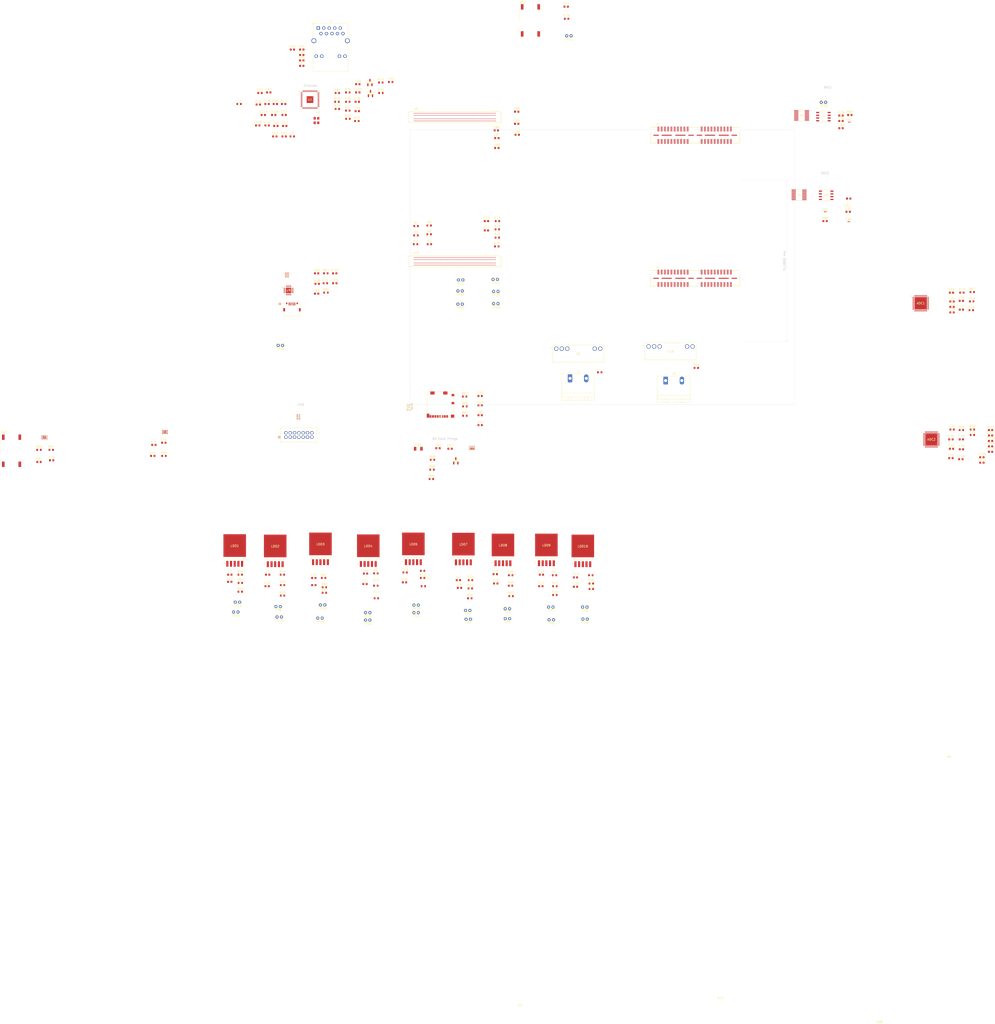
<source format=kicad_pcb>
(kicad_pcb (version 20240108) (generator "pcbnew") (generator_version "8.0")
  (layers (0 "F.Cu" signal) (1 "In1.Cu" signal) (2 "In2.Cu" signal) (3 "In3.Cu" signal) (4 "In4.Cu" signal) (5 "In5.Cu" signal) (6 "In6.Cu" signal) (7 "In7.Cu" signal) (8 "In8.Cu" signal) (31 "B.Cu" signal) (34 "B.Paste" user) (35 "F.Paste" user) (36 "B.SilkS" user "B.Silkscreen") (37 "F.SilkS" user "F.Silkscreen") (38 "B.Mask" user) (39 "F.Mask" user) (44 "Edge.Cuts" user))
  (net 0 "")
  (net 1 "/SOM240_1(1.5)/ethernet1/DVDD")
  (net 2 "3V3_IO")
  (net 3 "VDD_BUCK_5V")
  (net 4 "3V3_DUT")
  (net 5 "2V5_DUT")
  (net 6 "1V2_DUT")
  (net 7 "1V8_DUT")
  (net 8 "1V8_Banks")
  (net 9 "1V8_ADC")
  (net 10 "1V2_Banks")
  (net 11 "2V5_IO")
  (net 12 "Net-(U2-REF)")
  (net 13 "Net-(U4-REF)")
  (net 14 "Net-(ADC1-REFT)")
  (net 15 "Net-(ADC1-REFB)")
  (net 16 "Net-(U11-*MR)")
  (net 17 "Net-(U11-CT)")
  (net 18 "/SOM240_1(1.5)/ethernet1/AVDD33")
  (net 19 "/SOM240_1(1.5)/FWUEN_B")
  (net 20 "/SOM240_1(1.5)/ethernet1/AVDD18")
  (net 21 "/SOM240_1(1.5)/ethernet1/PHY_VCC")
  (net 22 "Net-(T2-SHIELD1)")
  (net 23 "Net-(U12-CT)")
  (net 24 "Net-(U10-CH2)")
  (net 25 "Net-(ADC1-VREF)")
  (net 26 "Net-(ADC2-VREF)")
  (net 27 "/SOM240_1(1.5)/SDcard1/SD_CARD_VCC")
  (net 28 "VDD_BUCK_2V5")
  (net 29 "Net-(U10-CH1)")
  (net 30 "Net-(U1-REGCAP1)")
  (net 31 "Net-(U1-REGCAP2)")
  (net 32 "Net-(LDO4-EN)")
  (net 33 "Net-(LDO4-ADJ)")
  (net 34 "Net-(LDO5-EN)")
  (net 35 "Net-(LDO5-ADJ)")
  (net 36 "/SOM240_1(1.5)/ADC1_SDIO{slash}ODM")
  (net 37 "/SOM240_1(1.5)/ADC1_SCLK{slash}DTP")
  (net 38 "/SOM240_1(1.5)/ADC2_SCLK{slash}DTP")
  (net 39 "/SOM240_1(1.5)/ADC2_SDIO{slash}ODM")
  (net 40 "Net-(U9-USBDP)")
  (net 41 "Net-(LDO7-EN)")
  (net 42 "Net-(LDO7-ADJ)")
  (net 43 "Net-(LDO8-EN)")
  (net 44 "Net-(LDO8-ADJ)")
  (net 45 "Net-(LDO10-EN)")
  (net 46 "Net-(LDO10-ADJ)")
  (net 47 "Net-(LDO9-EN)")
  (net 48 "Net-(LDO9-ADJ)")
  (net 49 "Net-(LDO2-EN)")
  (net 50 "Net-(LDO2-ADJ)")
  (net 51 "Net-(ADC2-RBIAS)")
  (net 52 "Net-(ADC1-RBIAS)")
  (net 53 "Net-(LDO1-EN)")
  (net 54 "Net-(LDO1-ADJ)")
  (net 55 "Net-(LDO3-EN)")
  (net 56 "Net-(LDO3-ADJ)")
  (net 57 "PS_POR")
  (net 58 "PS_SRST")
  (net 59 "Net-(Q4-G)")
  (net 60 "Net-(U12-*MR)")
  (net 61 "/SOM240_1(1.5)/MODE3")
  (net 62 "/SOM240_1(1.5)/MODE2")
  (net 63 "/SOM240_1(1.5)/MODE1")
  (net 64 "/SOM240_1(1.5)/ethernet1/LED_11")
  (net 65 "/SOM240_1(1.5)/MODE0")
  (net 66 "/SOM240_1(1.5)/ethernet1/LED_13")
  (net 67 "/SOM240_1(1.5)/SHUTDOWN")
  (net 68 "/SOM240_1(1.5)/USB-UART1/USB_RESET#")
  (net 69 "/SOM240_1(1.5)/CLR_DAC*")
  (net 70 "Net-(U9-USBDM)")
  (net 71 "/SOM240_1(1.5)/SCK_DAC1")
  (net 72 "/SOM240_1(1.5)/CS{slash}LD_DAC1*")
  (net 73 "Disc_Thresh2")
  (net 74 "Net-(U2-SDO)")
  (net 75 "Disc_Thresh7")
  (net 76 "Disc_Thresh1")
  (net 77 "Disc_Thresh6")
  (net 78 "Disc_Thresh3")
  (net 79 "Disc_Thresh4")
  (net 80 "Disc_Thresh5")
  (net 81 "/SOM240_1(1.5)/SDI_DAC_THRES")
  (net 82 "Disc_Thresh8")
  (net 83 "/SOM240_1(1.5)/CS{slash}LD_DAC2*")
  (net 84 "DAC_Unused2")
  (net 85 "DAC_Unused4")
  (net 86 "READBIAS2")
  (net 87 "Net-(U4-SDO)")
  (net 88 "READBIAS1")
  (net 89 "DISCBIAS")
  (net 90 "/SOM240_1(1.5)/SDI_DAC_BIAS")
  (net 91 "DAC_Unused1")
  (net 92 "DAC_Unused3")
  (net 93 "/SOM240_1(1.5)/SCK_DAC2")
  (net 94 "WBUFBIAS")
  (net 95 "/SOM240_1(1.5)/ADC_DOUT2+")
  (net 96 "SIGNAL4-")
  (net 97 "/SOM240_1(1.5)/ADC_DOUT3+")
  (net 98 "/SOM240_1(1.5)/ADC_CLK1+")
  (net 99 "SIGNAL1-")
  (net 100 "SIGNAL3+")
  (net 101 "SIGNAL2+")
  (net 102 "/SOM240_1(1.5)/ADC_DOUT4-")
  (net 103 "/SOM240_1(1.5)/ADC_DOUT3-")
  (net 104 "/SOM240_1(1.5)/ADC_DOUT1-")
  (net 105 "/SOM240_1(1.5)/ADC_DOUT4+")
  (net 106 "/SOM240_1(1.5)/ADC_CLK1-")
  (net 107 "SIGNAL1+")
  (net 108 "/SOM240_1(1.5)/FrameClk1+")
  (net 109 "/SOM240_1(1.5)/FrameClk1-")
  (net 110 "/SOM240_1(1.5)/DataClk1-")
  (net 111 "SIGNAL2-")
  (net 112 "/SOM240_1(1.5)/DataClk1+")
  (net 113 "SIGNAL4+")
  (net 114 "/SOM240_1(1.5)/ADC_DOUT1+")
  (net 115 "/SOM240_1(1.5)/ADC_DOUT2-")
  (net 116 "SIGNAL3-")
  (net 117 "SIGNAL8+")
  (net 118 "/SOM240_1(1.5)/ADC_DOUT8-")
  (net 119 "SIGNAL8-")
  (net 120 "/SOM240_1(1.5)/ADC_DOUT7+")
  (net 121 "/SOM240_1(1.5)/ADC_DOUT5+")
  (net 122 "SIGNAL6-")
  (net 123 "/SOM240_1(1.5)/ADC_DOUT6-")
  (net 124 "/SOM240_1(1.5)/ADC_DOUT7-")
  (net 125 "SIGNAL5-")
  (net 126 "SIGNAL5+")
  (net 127 "/SOM240_1(1.5)/ADC_CLK2+")
  (net 128 "/SOM240_1(1.5)/ADC_CLK2-")
  (net 129 "/SOM240_1(1.5)/ADC_DOUT5-")
  (net 130 "/SOM240_1(1.5)/ADC_DOUT8+")
  (net 131 "SIGNAL6+")
  (net 132 "SIGNAL7-")
  (net 133 "Net-(ADC2-REFB)")
  (net 134 "/SOM240_1(1.5)/ADC_DOUT6+")
  (net 135 "SIGNAL7+")
  (net 136 "Net-(ADC2-REFT)")
  (net 141 "SPIclk")
  (net 143 "Psec5RefClk")
  (net 150 "POCI")
  (net 157 "PICO")
  (net 159 "Psec5TriggerOut")
  (net 172 "P5_ReadClk")
  (net 175 "P5_rst")
  (net 183 "Psec5TriggerIn")
  (net 185 "HPB18_P")
  (net 186 "HPB15_CC_P")
  (net 188 "HDC07")
  (net 189 "HPC06_N")
  (net 190 "OscClkOut")
  (net 191 "V_ped8")
  (net 192 "HPB15_CC_N")
  (net 193 "HPC08_P")
  (net 194 "HPC11_P")
  (net 195 "V_ped7")
  (net 196 "SYNC_N")
  (net 197 "V_ped3")
  (net 199 "HPC10_CC_P")
  (net 200 "HDC03")
  (net 201 "HPB09_P")
  (net 202 "HPB12_P")
  (net 203 "HDC04")
  (net 204 "HPC10_CC_N")
  (net 205 "HPC09_N")
  (net 206 "HPB12_N")
  (net 207 "HPC14_P")
  (net 208 "V_ped1")
  (net 210 "V_ped5")
  (net 211 "HPB14_P")
  (net 212 "HDC01")
  (net 214 "DAC_SCLK")
  (net 215 "HPC08_N")
  (net 217 "HDC08_CC")
  (net 218 "HDC09")
  (net 219 "HPB17_N")
  (net 220 "HPC07_P")
  (net 221 "HDC06")
  (net 222 "HPB14_N")
  (net 224 "HPB17_P")
  (net 225 "HPC12_P")
  (net 226 "HDC02")
  (net 227 "ADC_SDO")
  (net 229 "HPB16_P")
  (net 230 "HPC09_P")
  (net 231 "HPB16_N")
  (net 232 "HPC12_N")
  (net 233 "HDC05")
  (net 234 "V_ped4")
  (net 235 "HPC13_P")
  (net 236 "HPB10_CC_P")
  (net 238 "HPB13_N")
  (net 239 "HDC00_CC")
  (net 240 "HPC05_CC_P")
  (net 241 "HPC07_N")
  (net 244 "DAC_V_IN")
  (net 245 "HPC11_N")
  (net 246 "HPC05_CC_N")
  (net 247 "HPB18_N")
  (net 248 "HPC14_N")
  (net 249 "V_ped6")
  (net 250 "ADC_SCLK")
  (net 251 "V_ped2")
  (net 252 "HPB10_CC_N")
  (net 253 "ADC_CNV")
  (net 254 "HPB11_P")
  (net 255 "HPC06_P")
  (net 256 "HPB11_N")
  (net 257 "HPC13_N")
  (net 258 "HPB13_P")
  (net 346 "Net-(J6-CLK)")
  (net 347 "/SOM240_1(1.5)/SDcard1/DAT2B")
  (net 348 "/SOM240_1(1.5)/SDcard1/DAT1B")
  (net 349 "/SOM240_1(1.5)/SD_DETECT")
  (net 350 "/SOM240_1(1.5)/SDcard1/DAT0B")
  (net 351 "/SOM240_1(1.5)/SDcard1/CD{slash}DAT3")
  (net 352 "/SOM240_1(1.5)/SDcard1/CMDB")
  (net 354 "/SOM240_1(1.5)/SD_DAT0")
  (net 355 "/SOM240_1(1.5)/UART_RXD")
  (net 357 "Net-(J10A-PS_ERROR_OUT_M2C)")
  (net 358 "/SOM240_1(1.5)/JTAG_CLK")
  (net 361 "/SOM240_1(1.5)/SD_DAT2")
  (net 362 "/SOM240_1(1.5)/UART_TXD")
  (net 363 "/SOM240_1(1.5)/ETH_RXD0")
  (net 365 "/SOM240_1(1.5)/ETH_RXD2")
  (net 375 "/SOM240_1(1.5)/SD_DAT1")
  (net 376 "/SOM240_1(1.5)/JTAG_TMS")
  (net 377 "Net-(J10A-PWROFF_C2M_L)")
  (net 379 "/SOM240_1(1.5)/ETH_RX_CTRL")
  (net 380 "/SOM240_1(1.5)/ETH_RXD3")
  (net 381 "/SOM240_1(1.5)/ETH_RXD1")
  (net 383 "/SOM240_1(1.5)/SD_DAT3")
  (net 386 "/SOM240_1(1.5)/ETH_RX_CLK")
  (net 387 "/SOM240_1(1.5)/JTAG_TDO")
  (net 389 "Net-(J10A-PS_ERROR_STATUS_M2C)")
  (net 391 "/SOM240_1(1.5)/JTAG_TDI")
  (net 398 "/SOM240_1(1.5)/ethernet1/PHY_MDI3_P")
  (net 399 "/SOM240_1(1.5)/ethernet1/PHY_MDI2_P")
  (net 400 "/SOM240_1(1.5)/ethernet1/PHY_MDI3_N")
  (net 401 "/SOM240_1(1.5)/ethernet1/PHY_MDI0_P")
  (net 402 "/SOM240_1(1.5)/ethernet1/LED_14")
  (net 403 "/SOM240_1(1.5)/ethernet1/PHY_MDI0_N")
  (net 404 "/SOM240_1(1.5)/ethernet1/PHY_MDI1_P")
  (net 405 "/SOM240_1(1.5)/ethernet1/PHY_MDI1_N")
  (net 406 "/SOM240_1(1.5)/ethernet1/LED_12")
  (net 407 "/SOM240_1(1.5)/ethernet1/PHY_MDI2_N")
  (net 410 "/SOM240_1(1.5)/ETH_TXD3")
  (net 411 "/SOM240_1(1.5)/ethernet1/OSC25_OUT")
  (net 413 "Net-(U1-RXD[2])")
  (net 415 "Net-(U1-RX_CLK)")
  (net 417 "Net-(U1-RX_CTRL)")
  (net 418 "Net-(U1-CONFIG)")
  (net 419 "Net-(U1-RSET)")
  (net 421 "/SOM240_1(1.5)/ETH_TXD2")
  (net 422 "/SOM240_1(1.5)/ETH_MDIO")
  (net 423 "Net-(U1-RXD[1])")
  (net 424 "/SOM240_1(1.5)/ETH_TXD1")
  (net 425 "Net-(U1-RXD[0])")
  (net 426 "/SOM240_1(1.5)/ETH_TXD0")
  (net 427 "/SOM240_1(1.5)/ETH_MDC")
  (net 429 "/SOM240_1(1.5)/ETH_TX_CLK")
  (net 430 "Net-(U1-RXD[3])")
  (net 433 "/SOM240_1(1.5)/ETH_TX_CTRL")
  (net 438 "/SOM240_1(1.5)/SD_CLK")
  (net 439 "Net-(U6-VCCB)")
  (net 440 "/SOM240_1(1.5)/SDcard1/SD_CLK_FB")
  (net 441 "Net-(U6-SEL)")
  (net 442 "/SOM240_1(1.5)/SD_CMD")
  (net 443 "/SOM240_1(1.5)/UART_RTS")
  (net 446 "/SOM240_1(1.5)/UART_CTS")
  (net 455 "/SOM240_1(1.5)/Peripherals_Ctrl1/AVDD")
  (net 456 "Net-(J3B-PWRGD_FPD_M2C)")
  (net 457 "Net-(J3B-PWRGD_LPD_M2C)")
  (net 458 "Net-(J3B-PWRGD_PL_M2C)")
  (net 459 "/SOM240_1(1.5)/SD_SEL")
  (net 460 "Net-(J3B-MIO67)")
  (net 461 "Net-(J3B-MIO68)")
  (net 462 "Net-(J3B-MIO69)")
  (net 463 "Net-(J3B-MIO64)")
  (net 464 "Net-(J3B-MIO65)")
  (net 465 "Net-(J3B-MIO66)")
  (net 466 "Net-(C94-Pad1)")
  (net 467 "Net-(Q4-D)")
  (net 470 "Net-(U16-+VIN)")
  (net 472 "Net-(U16-TRIM)")
  (net 473 "Net-(U5-+VIN)")
  (net 474 "Net-(U5-TRIM)")
  (footprint "TestPoint:TestPoint_Bridge_Pitch2.0mm_Drill0.7mm" (layer "F.Cu") (at 52.578 256.032)
    (property "Reference" "TP21")
    (property "Value" "GND")
  )
  (footprint "OKX_T_5_D12N_C:OKX-T&slash_5-D12N-C_MUR" (layer "F.Cu") (at 183.388 133.096)
    (property "Reference" "U16")
    (property "Value" "OKX-T/5-D12N-C")
  )
  (footprint "Resistor_SMD:R_0603_1608Metric" (layer "F.Cu") (at 83.503 185.42)
    (property "Reference" "R68")
    (property "Value" "10k")
  )
  (footprint "Resistor_SMD:R_0603_1608Metric" (layer "F.Cu") (at 81.979 77.216)
    (property "Reference" "R5")
    (property "Value" "22R 1%")
  )
  (footprint "Resistor_SMD:R_0603_1608Metric" (layer "F.Cu") (at 75.946 77.47)
    (property "Reference" "R1")
    (property "Value" "22R 1%")
  )
  (footprint "Resistor_SMD:R_0603_1608Metric" (layer "F.Cu") (at 39.561 16.002)
    (property "Reference" "R84")
    (property "Value" "10k")
  )
  (footprint "Button_Switch_SMD:SW_MEC_5GSH9" (layer "F.Cu") (at 128.778 -17.526)
    (property "Reference" "SW2")
    (property "Value" "SW_MEC_5G")
  )
  (footprint "Resistor_SMD:R_0603_1608Metric" (layer "F.Cu") (at 332.486 116.332)
    (property "Reference" "R18")
    (property "Value" "5k")
  )
  (footprint "Capacitor_SMD:C_0603_1608Metric" (layer "F.Cu") (at 52.324 242.824)
    (property "Reference" "C27")
    (property "Value" "10u")
  )
  (footprint "88E1512_A0_NNP2C000:QFN_56P_MTG" (layer "F.Cu") (at 26.924 19.05)
    (property "Reference" "U1")
    (property "Value" "88E1512-A0-NNP2C000")
  )
  (footprint "Capacitor_SMD:C_0603_1608Metric" (layer "F.Cu") (at 108.445 79.502)
    (property "Reference" "C71")
    (property "Value" "100n")
  )
  (footprint "Resistor_SMD:R_0603_1608Metric" (layer "F.Cu") (at 98.361 156.21)
    (property "Reference" "R83")
    (property "Value" "47k")
  )
  (footprint "Capacitor_SMD:C_0603_1608Metric" (layer "F.Cu") (at 112.763 242.57)
    (property "Reference" "C18")
    (property "Value" "10u")
  )
  (footprint "TestPoint:TestPoint_Bridge_Pitch2.0mm_Drill0.7mm" (layer "F.Cu") (at 95.282 113.538)
    (property "Reference" "TP33")
    (property "Value" "PWRGD_PL_M2C")
  )
  (footprint "Resistor_SMD:R_0603_1608Metric" (layer "F.Cu") (at 160.782 145.034)
    (property "Reference" "R8")
    (property "Value" "1.472k")
  )
  (footprint "Resistor_SMD:R_0603_1608Metric" (layer "F.Cu") (at 44.387 20.066)
    (property "Reference" "R26")
    (property "Value" "22")
  )
  (footprint "Capacitor_SMD:C_0603_1608Metric" (layer "F.Cu") (at 7.861 15.748)
    (property "Reference" "C61")
    (property "Value" "470n")
  )
  (footprint "Capacitor_SMD:C_0603_1608Metric" (layer "F.Cu") (at 86.0445 180.086)
    (property "Reference" "C94")
    (property "Value" "10u/35V")
  )
  (footprint "1040310811:104031-0811_MOL" (layer "F.Cu") (at 87.223999 159.8865)
    (property "Reference" "J6")
    (property "Value" "1040310811")
  )
  (footprint "TestPoint:TestPoint_Bridge_Pitch2.0mm_Drill0.7mm" (layer "F.Cu") (at 99.06 259.08)
    (property "Reference" "TP2")
    (property "Value" "3V3_DUT")
  )
  (footprint "TestPoint:TestPoint_Bridge_Pitch2.0mm_Drill0.7mm" (layer "F.Cu") (at 30.528 258.572)
    (property "Reference" "TP16")
    (property "Value" "1V2_Bank")
  )
  (footprint "Resistor_SMD:R_0603_1608Metric" (layer "F.Cu") (at 113.538 75.184)
    (property "Reference" "R75")
    (property "Value" "0R")
  )
  (footprint "Resistor_SMD:R_0603_1608Metric" (layer "F.Cu") (at 33.578 244.348)
    (property "Reference" "R63")
    (property "Value" "9.83k")
  )
  (footprint "Resistor_SMD:R_0603_1608Metric" (layer "F.Cu") (at 33.198 240.03)
    (property "Reference" "R62")
    (property "Value" "10k")
  )
  (footprint "Capacitor_SMD:C_0603_1608Metric" (layer "F.Cu") (at -10.16 241.808)
    (property "Reference" "C22")
    (property "Value" "10u")
  )
  (footprint "Capacitor_SMD:C_0603_1608Metric" (layer "F.Cu") (at 327.914 116.078)
    (property "Reference" "C117")
    (property "Value" "1u")
  )
  (footprint "Capacitor_SMD:C_0603_1608Metric" (layer "F.Cu") (at 29.972 99.314)
    (property "Reference" "C66")
    (property "Value" "4.7u")
  )
  (footprint "Capacitor_SMD:C_0603_1608Metric" (layer "F.Cu") (at 95.491 241.046)
    (property "Reference" "C4")
    (property "Value" "10u")
  )
  (footprint "PI4ULS3V4857GEAEX:BGA20_WLCSP_PI4ULS3V4857_DIO" (layer "F.Cu") (at 72.59 160.674)
    (property "Reference" "U6")
    (property "Value" "PI4ULS3V4857GEAEX")
  )
  (footprint "Capacitor_SMD:C_0603_1608Metric" (layer "F.Cu") (at 122.428 24.638)
    (property "Reference" "C83")
    (property "Value" "100n")
  )
  (footprint "MCP1501_25E_SN:SOIC8_NARROW_SN_MCH" (layer "F.Cu") (at 265.43 63.246)
    (property "Reference" "U8")
    (property "Value" "MCP1501-25E/SN")
  )
  (footprint "TPS3808G01QDRVRQ1:DRV6_1P6X1" (layer "F.Cu") (at -40.132 172.6057)
    (property "Reference" "U11")
    (property "Value" "TPS3808G01QDRVRQ1")
  )
  (footprint "Capacitor_SMD:C_0603_1608Metric" (layer "F.Cu") (at 49.009 11.938)
    (property "Reference" "C60")
    (property "Value" "10n")
  )
  (footprint "TestPoint:TestPoint_Bridge_Pitch2.0mm_Drill0.7mm" (layer "F.Cu") (at 95.536 102.362)
    (property "Reference" "TP31")
    (property "Value" "PWRGD_FPD_M2C")
  )
  (footprint "Capacitor_SMD:C_0603_1608Metric" (layer "F.Cu") (at 275.59 70.866)
    (property "Reference" "C32")
    (property "Value" "1n")
  )
  (footprint "Resistor_SMD:R_0603_1608Metric" (layer "F.Cu") (at 82.105 85.852)
    (property "Reference" "R7")
    (property "Value" "22R 1%")
  )
  (footprint "LTC2600CGN_PBF:SSOP-16_GN" (layer "F.Cu") (at 252.9078 63.0555)
    (property "Reference" "U4")
    (property "Value" "LTC2600CGN_PBF")
  )
  (footprint "Resistor_SMD:R_0603_1608Metric" (layer "F.Cu") (at 59.69 16.002)
    (property "Reference" "R76")
    (property "Value" "240R")
  )
  (footprint "Resistor_SMD:R_0603_1608Metric" (layer "F.Cu") (at 44.45 27.94)
    (property "Reference" "R28")
    (property "Value" "22")
  )
  (footprint "Capacitor_SMD:C_0603_1608Metric" (layer "F.Cu") (at 49.009 15.748)
    (property "Reference" "C155")
    (property "Value" "470n")
  )
  (footprint "Capacitor_SMD:C_0603_1608Metric" (layer "F.Cu") (at 149.606 244.094)
    (property "Reference" "C20")
    (property "Value" "10u")
  )
  (footprint "Resistor_SMD:R_0603_1608Metric" (layer "F.Cu") (at 75.883 81.788)
    (property "Reference" "R3")
    (property "Value" "22R 1%")
  )
  (footprint "Resistor_SMD:R_0603_1608Metric" (layer "F.Cu") (at 140.082 243.84)
    (property "Reference" "R42")
    (property "Value" "9.83k")
  )
  (footprint "Resistor_SMD:R_0603_1608Metric" (layer "F.Cu") (at 113.221 86.868)
    (property "Reference" "R70")
    (property "Value" "0R")
  )
  (footprint "Resistor_SMD:R_0603_1608Metric" (layer "F.Cu") (at 83.312 189.992)
    (property "Reference" "R58")
    (property "Value" "10k")
  )
  (footprint "Capacitor_SMD:C_0603_1608Metric" (layer "F.Cu") (at 18.796 -4.064)
    (property "Reference" "C53")
    (property "Value" "100n")
  )
  (footprint "Capacitor_SMD:C_0603_1608Metric" (layer "F.Cu") (at 133.591 243.84)
    (property "Reference" "C12")
    (property "Value" "10u")
  )
  (footprint "Button_Switch_SMD:SW_MEC_5GSH9" (layer "F.Cu") (at -110.998 181.256)
    (property "Reference" "SW1")
    (property "Value" "SW_MEC_5G")
  )
  (footprint "Capacitor_SMD:C_0603_1608Metric" (layer "F.Cu") (at 337.379 184.254)
    (property "Reference" "C109")
    (property "Value" "0.1u")
  )
  (footprint "ul_LP38501TS-ADJ-NOPB:TS5B" (layer "F.Cu") (at 53.848 225.298)
    (property "Reference" "LDO4")
    (property "Value" "LP38501TS-ADJ/NOPB")
  )
  (footprint "Resistor_SMD:R_0603_1608Metric" (layer "F.Cu") (at 79.311 243.84)
    (property "Reference" "R14")
    (property "Value" "10k")
  )
  (footprint "Capacitor_SMD:C_0603_1608Metric" (layer "F.Cu") (at 323.088 176.022)
    (property "Reference" "C38")
    (property "Value" "0.1u")
  )
  (footprint "Capacitor_SMD:C_0603_1608Metric" (layer "F.Cu") (at 3.035 21.336)
    (property "Reference" "C46")
    (property "Value" "470n")
  )
  (footprint "Capacitor_SMD:C_0603_1608Metric" (layer "F.Cu") (at 14.973 26.162)
    (property "Reference" "C21")
    (property "Value" "470n")
  )
  (footprint "Capacitor_SMD:C_0603_1608Metric" (layer "F.Cu") (at 272.288 32.258)
    (property "Reference" "C90")
    (property "Value" "0.1u")
  )
  (footprint "Resistor_SMD:R_0603_1608Metric" (layer "F.Cu") (at 205.423 143.002)
    (property "Reference" "R29")
    (property "Value" "5.009k")
  )
  (footprint "Capacitor_SMD:C_0603_1608Metric" (layer "F.Cu") (at 7.353 238.506)
    (property "Reference" "C3")
    (property "Value" "10u")
  )
  (footprint "Resistor_SMD:R_0603_1608Metric" (layer "F.Cu") (at 156.655 238.76)
    (property "Reference" "R38")
    (property "Value" "10k")
  )
  (footprint "Capacitor_SMD:C_0603_1608Metric" (layer "F.Cu") (at 15.24 31.242)
    (property "Reference" "C52")
    (property "Value" "4.7u")
  )
  (footprint "Capacitor_SMD:C_0603_1608Metric" (layer "F.Cu") (at 38.367 103.886)
    (property "Reference" "C69")
    (property "Value" "47p")
  )
  (footprint "Capacitor_SMD:C_0603_1608Metric" (layer "F.Cu") (at 70.866 237.49)
    (property "Reference" "C15")
    (property "Value" "10u")
  )
  (footprint "TestPoint:TestPoint_Bridge_Pitch2.0mm_Drill0.7mm" (layer "F.Cu") (at 95.282 107.442)
    (property "Reference" "TP32")
    (property "Value" "PWRGD_LPD_M2C")
  )
  (footprint "Capacitor_SMD:C_0603_1608Metric" (layer "F.Cu") (at 276.352 26.162)
    (property "Reference" "R86")
    (property "Value" "5k")
  )
  (footprint "TestPoint:TestPoint_Bridge_Pitch2.0mm_Drill0.7mm" (layer "F.Cu") (at 137.43 259.334)
    (property "Reference" "TP8")
    (property "Value" "1V2_DUT")
  )
  (footprint "Resistor_SMD:R_0603_1608Metric" (layer "F.Cu") (at 98.487 165.1)
    (property "Reference" "R82")
    (property "Value" "10k")
  )
  (footprint "878311420:CONN_87831-1420_MOL" (layer "F.Cu") (at 15.779999 174.974001)
    (property "Reference" "J12")
    (property "Value" "878311420")
  )
  (footprint "SI2342DS_T1_GE3:SOT-23_TO-236_VIS" (layer "F.Cu") (at 94.299999 185.928)
    (property "Reference" "Q4")
    (property "Value" "NMOS")
  )
  (footprint "TestPoint:TestPoint_Bridge_Pitch2.0mm_Drill0.7mm" (layer "F.Cu") (at 117.158 258.826)
    (property "Reference" "TP4")
    (property "Value" "2V5_DUT")
  )
  (footprint "Resistor_SMD:R_0603_1608Metric" (layer "F.Cu") (at 33.578 246.858)
    (property "Reference" "R64")
    (property "Value" "10k")
  )
  (footprint "Capacitor_SMD:C_0603_1608Metric" (layer "F.Cu") (at 341.389 179.234)
    (property "Reference" "C114")
    (property "Value" "0.1u")
  )
  (footprint "Connector_RJ:RJ45_Wuerth_7499111446_Horizontal" (layer "F.Cu") (at 30.734 -13.97)
    (property "Reference" "T2")
    (property "Value" "7499111446")
  )
  (footprint "Capacitor_SMD:C_0603_1608Metric" (layer "F.Cu") (at 28.676 240.03)
    (property "Reference" "C24")
    (property "Value" "10u")
  )
  (footprint "Capacitor_SMD:C_0603_1608Metric" (layer "F.Cu") (at 91.6325 180.34)
    (property "Reference" "C82")
    (property "Value" "4.7u")
  )
  (footprint "TestPoint:TestPoint_Bridge_Pitch2.0mm_Drill0.7mm" (layer "F.Cu") (at 152.908 253.492)
    (property "Reference" "TP6")
    (property "Value" "1V8_DUT")
  )
  (footprint "TestPoint:TestPoint_Bridge_Pitch2.0mm_Drill0.7mm" (layer "F.Cu") (at 74.946 252.582)
    (property "Reference" "TP23")
    (property "Value" "GND")
  )
  (footprint "Capacitor_SMD:C_0603_1608Metric" (layer "F.Cu") (at 341.389 171.704)
    (property "Reference" "C111")
    (property "Value" "0.1u")
  )
  (footprint "Connector_Phoenix_GMSTB:PhoenixContact_GMSTBA_2,5_2-G_1x02_P7.50mm_Horizontal" (layer "F.Cu") (at 147.066 147.828)
    (property "Reference" "J1")
    (property "Value" "1766343")
  )
  (footprint "Resistor_SMD:R_0603_1608Metric" (layer "F.Cu") (at 78.931 240.03)
    (property "Reference" "R13")
    (property "Value" "31.3k")
  )
  (footprint "Capacitor_SMD:C_0603_1608Metric" (layer "F.Cu") (at 105.536 164.846)
    (property "Reference" "C96")
    (property "Value" "100n")
  )
  (footprint "Resistor_SMD:R_0603_1608Metric" (layer "F.Cu") (at 78.931 236.728)
    (property "Reference" "R12")
    (property "Value" "10k")
  )
  (footprint "Resistor_SMD:R_0603_1608Metric" (layer "F.Cu") (at 18.733 36.068)
    (property "Reference" "L5")
    (property "Value" "220R@100MHz")
  )
  (footprint "Capacitor_SMD:C_0603_1608Metric" (layer "F.Cu") (at 327.66 185.166)
    (property "Reference" "C116")
    (property "Value" "1u")
  )
  (footprint "Resistor_SMD:R_1206_3216Metric" (layer "F.Cu") (at 76.962 180.34)
    (property "Reference" "FB2")
    (property "Value" "300R/3A")
  )
  (footprint "FT230XQ_R:QFN-16_FTD" (layer "F.Cu") (at 17.018 107.188)
    (property "Reference" "U9")
    (property "Value" "FT230XQ-R")
  )
  (footprint "Capacitor_SMD:C_0603_1608Metric" (layer "F.Cu") (at 70.599 242.062)
    (property "Reference" "C26")
    (property "Value" "10u")
  )
  (footprint "Resistor_SMD:R_0603_1608Metric" (layer "F.Cu") (at 101.003 244.856)
    (property "Reference" "R33")
    (property "Value" "10k")
  )
  (footprint "Capacitor_SMD:C_0603_1608Metric" (layer "F.Cu") (at 3.81 16.002)
    (property "Reference" "C63")
    (property "Value" "470n")
  )
  (footprint "Capacitor_SMD:C_0603_1608Metric" (layer "F.Cu") (at 7.099 30.988)
    (property "Reference" "C49")
    (property "Value" "470n")
  )
  (footprint "Capacitor_SMD:C_0603_1608Metric" (layer "F.Cu") (at 7.086 21.082)
    (property "Reference" "C48")
    (property "Value" "470n")
  )
  (footprint "ADM6_60_01_5_L_4_2_A_TR (1):SAMTEC_ADM6-60-01.5-L-4-2-A-TR" (layer "F.Cu") (at 93.8535 93.76)
    (property "Reference" "J10")
    (property "Value" "ADM6-60-01.5-L-4-2-A-TR")
  )
  (footprint "TestPoint:TestPoint_Bridge_Pitch2.0mm_Drill0.7mm" (layer "F.Cu") (at -7.604 251.206)
    (property "Reference" "TP13")
    (property "Value" "GND")
  )
  (footprint "Resistor_SMD:R_0603_1608Metric" (layer "F.Cu") (at 119.584 243.586)
    (property "Reference" "R36")
    (property "Value" "10k")
  )
  (footprint "Capacitor_SMD:C_0603_1608Metric" (layer "F.Cu") (at 23.114 -1.554)
    (property "Reference" "C55")
    (property "Value" "100n")
  )
  (footprint "TestPoint:TestPoint_Bridge_Pitch2.0mm_Drill0.7mm" (layer "F.Cu") (at 98.806 255.016)
    (property "Reference" "TP1")
    (property "Value" "GND")
  )
  (footprint "Capacitor_SMD:C_0603_1608Metric" (layer "F.Cu") (at 272.275 26.416)
    (property "Reference" "C29")
    (property "Value" "0.1u")
  )
  (footprint "Resistor_SMD:R_0603_1608Metric" (layer "F.Cu") (at 34.227 99.314)
    (property "Reference" "R87")
    (property "Value" "R_US")
  )
  (footprint "Capacitor_SMD:C_0603_1608Metric" (layer "F.Cu") (at -40.64 177.546)
    (property "Reference" "C45")
    (property "Value" "100n")
  )
  (footprint "ADM6_60_01_5_L_4_2_A_TR (1):SAMTEC_ADM6-60-01.5-L-4-2-A-TR" (layer "F.Cu") (at 93.8525 27.15)
    (property "Reference" "J5")
    (property "Value" "ADM6-60-01.5-L-4-2-A-TR (1)")
  )
  (footprint "Resistor_SMD:R_0603_1608Metric" (layer "F.Cu") (at 139.891 238.76)
    (property "Reference" "R41")
    (property "Value" "10k")
  )
  (footprint "Resistor_SMD:R_0603_1608Metric" (layer "F.Cu") (at 332.994 171.45)
    (property "Reference" "R20")
    (property "Value" "5k")
  )
  (footprint "TestPoint:TestPoint_Bridge_Pitch2.0mm_Drill0.7mm" (layer "F.Cu") (at 137.176 253.492)
    (property "Reference" "TP7")
    (property "Value" "GND")
  )
  (footprint "Capacitor_SMD:C_0603_1608Metric" (layer "F.Cu") (at 327.901 176.022)
    (property "Reference" "C78")
    (property "Value" "0.02u")
  )
  (footprint "Capacitor_SMD:C_0603_1608Metric" (layer "F.Cu") (at 52.578 237.998)
    (property "Reference" "C14")
    (property "Value" "10u")
  )
  (footprint "Capacitor_SMD:C_0603_1608Metric" (layer "F.Cu") (at 5.347 26.162)
    (property "Reference" "C119")
    (property "Value" "4.7u")
  )
  (footprint "TestPoint:TestPoint_Bridge_Pitch2.0mm_Drill0.7mm" (layer "F.Cu") (at 145.542 -10.414)
    (property "Reference" "TP11")
    (property "Value" "SHUTDOWN")
  )
  (footprint "Resistor_SMD:R_0603_1608Metric" (layer "F.Cu") (at 82.995 194.31)
    (property "Reference" "R66")
    (property "Value" "470k")
  )
  (footprint "ul_LP38501TS-ADJ-NOPB:TS5B" (layer "F.Cu") (at 136.144 224.9424)
    (property "Reference" "LDO9")
    (property "Value" "LP38501TS-ADJ/NOPB")
  )
  (footprint "Capacitor_SMD:C_0603_1608Metric" (layer "F.Cu") (at 272.275 28.926)
    (property "Reference" "C30")
    (property "Value" "1n")
  )
  (footprint "Resistor_SMD:R_0603_1608Metric" (layer "F.Cu") (at 48.577 28.956)
    (property "Reference" "R22")
    (property "Value" "4k99")
  )
  (footprint "Resistor_SMD:R_0603_1608Metric" (layer "F.Cu") (at 14.224 243.332)
    (property "Reference" "R45")
    (property "Value" "19.7k")
  )
  (footprint "Resistor_SMD:R_0603_1608Metric" (layer "F.Cu") (at 156.909 242.6)
    (property "Reference" "R39")
    (property "Value" "19.7k")
  )
  (footprint "Capacitor_SMD:C_0603_1608Metric" (layer "F.Cu") (at 122.428 30.226)
    (property "Reference" "C84")
    (property "Value" "100n")
  )
  (footprint "ul_LP38501TS-ADJ-NOPB:TS5B" (layer "F.Cu") (at 116.078 224.9424)
    (property "Reference" "LDO8")
    (property "Value" "LP38501TS-ADJ/NOPB")
  )
  (footprint "Capacitor_SMD:C_0603_1608Metric" (layer "F.Cu") (at 149.593 239.776)
    (property "Reference" "C13")
    (property "Value" "10u")
  )
  (footprint "Capacitor_SMD:C_0603_1608Metric" (layer "F.Cu") (at -92.469 185.674)
    (property "Reference" "C72")
    (property "Value" "10n")
  )
  (footprint "Resistor_SMD:R_0603_1608Metric" (layer "F.Cu") (at 14.161 238.506)
    (property "Reference" "R44")
    (property "Value" "10k")
  )
  (footprint "Resistor_SMD:R_0603_1608Metric" (layer "F.Cu") (at 98.487 160.782)
    (property "Reference" "R85")
    (property "Value" "0R")
  )
  (footprint "ZX62D_B_5P8_30_:ZX62D-B-5P830_HIR" (layer "F.Cu") (at 18.58525 115.979448)
    (property "Reference" "J14")
    (property "Value" "ZX62D-B-5P830")
  )
  (footprint "Resistor_SMD:R_0603_1608Metric" (layer "F.Cu") (at -5.334 238.506)
    (property "Reference" "R59")
    (property "Value" "10k")
  )
  (footprint "Capacitor_SMD:C_0603_1608Metric" (layer "F.Cu") (at 323.609 171.45)
    (property "Reference" "C37")
    (property "Value" "0.1u")
  )
  (footprint "Capacitor_SMD:C_0603_1608Metric" (layer "F.Cu") (at 14.973 36.068)
    (property "Reference" "C64")
    (property "Value" "100n")
  )
  (footprint "SI2342DS_T1_GE3:SOT-23_TO-236_VIS" (layer "F.Cu") (at 54.61 11.176)
    (property "Reference" "Q8")
    (property "Value" "NMOS")
  )
  (footprint "Capacitor_SMD:C_0603_1608Metric" (layer "F.Cu") (at 327.901 112.014)
    (property "Reference" "C75")
    (property "Value" "0.1u")
  )
  (footprint "Capacitor_SMD:C_0201_0603Metric" (layer "F.Cu") (at 275.91 75.438)
    (property "Reference" "C89")
    (property "Value" "0.1u")
  )
  (footprint "Capacitor_SMD:C_0603_1608Metric" (layer "F.Cu") (at 323.583 117.348)
    (property "Reference" "C36")
    (property "Value" "0.1u")
  )
  (footprint "TestPoint:TestPoint_Bridge_Pitch2.0mm_Drill0.7mm" (layer "F.Cu") (at 111.776 113.284)
    (property "Reference" "TP30")
    (property "Value" "PWROFF_C2M_L")
  )
  (footprint "Capacitor_SMD:C_0603_1608Metric" (layer "F.Cu") (at 38.341 99.314)
    (property "Reference" "C107")
    (property "Value" "47p")
  )
  (footprint "Capacitor_SMD:C_0603_1608Metric" (layer "F.Cu") (at 113.017 33.274)
    (property "Reference" "C86")
    (property "Value" "100n")
  )
  (footprint "Resistor_SMD:R_0603_1608Metric" (layer "F.Cu") (at 156.909 245.11)
    (property "Reference" "R40")
    (property "Value" "10k")
  )
  (footprint "Resistor_SMD:R_0603_1608Metric" (layer "F.Cu") (at 14.224 248.158)
    (property "Reference" "R55")
    (property "Value" "10k")
  )
  (footprint "Resistor_SMD:R_0603_1608Metric" (layer "F.Cu") (at 44.387 24.13)
    (property "Reference" "R27")
    (property "Value" "22")
  )
  (footprint "Resistor_SMD:R_0603_1608Metric" (layer "F.Cu") (at 57.341 237.904)
    (property "Reference" "R2")
    (property "Value" "10k")
  )
  (footprint "TestPoint:TestPoint_Bridge_Pitch2.0mm_Drill0.7mm" (layer "F.Cu") (at 263.176 20.32)
    (property "Reference" "TP19")
    (property "Value" "SDO2")
  )
  (footprint "Capacitor_SMD:C_0603_1608Metric" (layer "F.Cu") (at -98.298 186.436)
    (property "Reference" "C67")
    (property "Value" "100n")
  )
  (footprint "Resistor_SMD:R_0603_1608Metric" (layer "F.Cu") (at 119.647 238.76)
    (property "Reference" "R35")
    (property "Value" "10k")
  )
  (footprint "Capacitor_SMD:C_0603_1608Metric" (layer "F.Cu") (at 105.536 169.418)
    (property "Reference" "C41")
    (property "Value" "2.2u")
  )
  (footprint "Capacitor_SMD:C_0603_1608Metric" (layer "F.Cu") (at 341.389 174.214)
    (property "Reference" "C112")
    (property "Value" "0.1u")
  )
  (footprint "ul_LP38501TS-ADJ-NOPB:TS5B" (layer "F.Cu") (at 31.75 224.4471)
    (property "Reference" "LDO3")
    (property "Value" "LP38501TS-ADJ/NOPB")
  )
  (footprint "LTC2600CGN_PBF:SSOP-16_GN" (layer "F.Cu") (at 254.0762 26.3525)
    (property "Reference" "U2")
    (property "Value" "LTC2600CGN_PBF")
  )
  (footprint "AD9228ABCPZ_65:CP_48_8_ADI" (layer "F.Cu") (at 309.129999 113.1316)
    (property "Reference" "ADC1")
    (property "Value" "AD9228ABCPZ-65")
  )
  (footprint "Resistor_SMD:R_0603_1608Metric" (layer "F.Cu") (at 113.475 78.994)
    (property "Reference" "R73")
    (property "Value" "0R")
  )
  (footprint "Capacitor_SMD:C_0603_1608Metric" (layer "F.Cu") (at 23.114 0.956)
    (property "Reference" "C56")
    (property "Value" "100n")
  )
  (footprint "Capacitor_SMD:C_0603_1608Metric" (layer "F.Cu") (at 23.114 3.466)
    (property "Reference" "C57")
    (property "Value" "47p")
  )
  (footprint "Resistor_SMD:R_0603_1608Metric" (layer "F.Cu") (at 39.37 20.066)
    (property "Reference" "R23")
    (property "Value" "22")
  )
  (footprint "TestPoint:TestPoint_Bridge_Pitch2.0mm_Drill0.7mm" (layer "F.Cu") (at 52.578 259.482)
    (property "Reference" "TP22")
    (property "Value" "3V3_IO")
  )
  (footprint "Capacitor_SMD:C_0603_1608Metric" (layer "F.Cu") (at 95.999 244.602)
    (property "Reference" "C8")
    (property "Value" "10u")
  )
  (footprint "TestPoint:TestPoint_Bridge_Pitch2.0mm_Drill0.7mm" (layer "F.Cu") (at 11.7 258.064)
    (property "Reference" "TP10")
    (property "Value" "1V8_ADC")
  )
  (footprint "Capacitor_SMD:C_0603_1608Metric" (layer "F.Cu") (at 323.583 114.838)
    (property "Reference" "C35")
    (property "Value" "2.2u")
  )
  (footprint "TestPoint:TestPoint_Bridge_Pitch2.0mm_Drill0.7mm" (layer "F.Cu") (at 12.231 132.626)
    (property "Reference" "TP20")
    (property "Value" "SDO2")
  )
  (footprint "Capacitor_SMD:C_0603_1608Metric" (layer "F.Cu") (at 48.755 24.384)
    (property "Reference" "C59")
    (property "Value" "100u")
  )
  (footprint "TestPoint:TestPoint_Bridge_Pitch2.0mm_Drill0.7mm" (layer "F.Cu") (at -8.366 255.778)
    (property "Reference" "TP14")
    (property "Value" "1V8_Bank")
  )
  (footprint "Capacitor_SMD:C_0603_1608Metric" (layer "F.Cu") (at 122.669 35.306)
    (property "Reference" "C85")
    (property "Value" "100n")
  )
  (footprint "TPS3808G01QDRVRQ1:DRV6_1P6X1" (layer "F.Cu") (at -95.792 175.118001)
    (property "Reference" "U12")
    (property "Value" "TPS3808G01QDRVRQ1")
  )
  (footprint "Capacitor_SMD:C_0603_1608Metric" (layer "F.Cu") (at 113.284 36.83)
    (property "Reference" "C87")
    (property "Value" "100n")
  )
  (footprint "Capacitor_SMD:C_0603_1608Metric" (layer "F.Cu") (at -10.147 238.506)
    (property "Reference" "C2")
    (property "Value" "10u")
  )
  (footprint "Resistor_SMD:R_0603_1608Metric" (layer "F.Cu") (at 332.931 107.95)
    (property "Reference" "R57")
    (property "Value" "10k")
  )
  (footprint "Capacitor_SMD:C_0603_1608Metric" (layer "F.Cu") (at 30.226 104.14)
    (property "Reference" "C68")
    (property "Value" "4.7u")
  )
  (footprint "Capacitor_SMD:C_0603_1608Metric" (layer "F.Cu") (at -45.72 183.642)
    (property "Reference" "C42")
    (property "Value" "10n")
  )
  (footprint "QSH-040-01-L-D-DP-A:SAMTEC_QSH-040-01-X-D-DP-A" (layer "F.Cu") (at 204.91 35.52)
    (property "Reference" "J2")
    (property "Value" "QSH-040-01-X-D-DP-A")
  )
  (footprint "AD9228ABCPZ_65:CP_48_8_ADI" (layer "F.Cu") (at 314.0456 176.042)
    (property "Reference" "ADC2")
    (property "Value" "AD9228ABCPZ-65")
  )
  (footprint "Resistor_SMD:R_0603_1608Metric" (layer "F.Cu") (at 64.199 10.922)
    (property "Reference" "1M2")
    (property "Value" "R_US")
  )
  (footprint "Resistor_SMD:R_0603_1608Metric" (layer "F.Cu") (at -5.842 21.082)
    (property "Reference" "L3")
    (property "Value" "220R @ 100mHz")
  )
  (footprint "Capacitor_SMD:C_0201_0603Metric" (layer "F.Cu") (at 276.098 29.464)
    (property "Reference" "C92")
    (property "Value" "0.1u")
  )
  (footprint "TestPoint:TestPoint_Bridge_Pitch2.0mm_Drill0.7mm" (layer "F.Cu") (at 31.766 252.476)
    (property "Reference" "TP15")
    (property "Value" "GND")
  )
  (footprint "Resistor_SMD:R_0603_1608Metric" (layer "F.Cu") (at 57.595 249.428)
    (property "Reference" "R11")
    (property "Value" "10k")
  )
  (footprint "TestPoint:TestPoint_Bridge_Pitch2.0mm_Drill0.7mm" (layer "F.Cu") (at 111.792 107.696)
    (property "Reference" "TP29")
    (property "Value" "PS_ERROR_STATUS_M2C")
  )
  (footprint "Connector_Phoenix_GMSTB:PhoenixContact_GMSTBA_2,5_2-G_1x02_P7.50mm_Horizontal" (layer "F.Cu") (at 191.262 148.844)
    (property "Reference" "J9")
    (property "Value" "1766343")
  )
  (footprint "Capacitor_SMD:C_0603_1608Metric" (layer "F.Cu") (at 113.271 41.402)
    (property "Reference" "C88")
    (property "Value" "100n")
  )
  (footprint "Capacitor_SMD:C_0603_1608Metric" (layer "F.Cu") (at 323.075 184.658)
    (property "Reference" "C40")
    (property "Value" "0.1u")
  )
  (footprint "ul_LP38501TS-ADJ-NOPB:TS5B" (layer "F.Cu") (at 97.79 224.536)
    (property "Reference" "LDO7")
    (property "Value" "LP38501TS-ADJ/NOPB")
  )
  (footprint "Resistor_SMD:R_0603_1608Metric" (layer "F.Cu") (at 59.627 11.176)
    (property "Reference" "R74")
    (property "Value" "240R")
  )
  (footprint "Capacitor_SMD:C_0603_1608Metric" (layer "F.Cu") (at 341.389 176.724)
    (property "Reference" "C113")
    (property "Value" "0.1u")
  )
  (footprint "Capacitor_SMD:C_0603_1608Metric" (layer "F.Cu") (at 108.458 75.184)
    (property "Reference" "C70")
    (property "Value" "100n")
  )
  (footprint "Resistor_SMD:R_0603_1608Metric" (layer "F.Cu") (at -5.334 246.38)
    (property "Reference" "R60")
    (property "Value" "19.7k")
  )
  (footprint "ul_LP38501TS-ADJ-NOPB:TS5B" (layer "F.Cu") (at 152.9842 225.3996)
    (property "Reference" "LDO10")
    (property "Value" "LP38501TS-ADJ/NOPB")
  )
  (footprint "Resistor_SMD:R_0603_1608Metric" (layer "F.Cu") (at 39.561 23.368)
    (property "Reference" "R24")
    (property "Value" "22")
  )
  (footprint "TestPoint:TestPoint_Bridge_Pitch2.0mm_Drill0.7mm" (layer "F.Cu") (at 153.032 259.016)
    (property "Reference" "TP5")
    (property "Value" "GND")
  )
  (footprint "Resistor_SMD:R_0603_1608Metric" (layer "F.Cu") (at 34.036 103.886)
    (property "Reference" "R31")
    (property "Value" "R_US")
  )
  (footprint "Resistor_SMD:R_0603_1608Metric" (layer "F.Cu") (at -40.577 183.642)
    (property "Reference" "R65")
    (property "Value" "10k")
  )
  (footprint "Capacitor_SMD:C_0603_1608Metric" (layer "F.Cu") (at 145.288 -23.876)
    (property "Reference" "C47")
    (property "Value" "100n")
  )
  (footprint "Capacitor_SMD:C_0603_1608Metric" (layer "F.Cu") (at 341.389 181.744)
    (property "Reference" "C115")
    (property "Value" "0.1u")
  )
  (footprint "PUSB3FR4Z:U_PUSB3FR4Z_NEX" (layer "F.Cu") (at 16.2687 100.060001)
    (property "Reference" "U10")
    (property "Value" "PUSB3FR4Z")
  )
  (footprint "ul_LP38501TS-ADJ-NOPB:TS5B" (layer "F.Cu") (at -7.874 225.2091)
    (property "Reference" "LDO1")
    (property "Value" "LP38501TS-ADJ/NOPB")
  )
  (footprint "Capacitor_SMD:C_0603_1608Metric" (layer "F.Cu") (at 327.927 180.594)
    (property "Reference" "C79")
    (property "Value" "0.1u")
  )
  (footprint "Resistor_SMD:R_0603_1608Metric" (layer "F.Cu") (at 44.387 15.748)
    (property "Reference" "R78")
    (property "Value" "22")
  )
  (footprint "Capacitor_SMD:C_0603_1608Metric" (layer "F.Cu") (at 29.985 108.712)
    (property "Reference" "C65")
    (property "Value" "100n")
  )
  (footprint "Resistor_SMD:R_0603_1608Metric" (layer "F.Cu") (at -98.298 180.848)
    (property "Reference" "R69")
    (property "Value" "10k")
  )
  (footprint "TestPoint:TestPoint_Bridge_Pitch2.0mm_Drill0.7mm" (layer "F.Cu") (at 74.946 256.032)
    (property "Reference" "TP24")
    (property "Value" "2V5_IO")
  )
  (footprint "OKX_T_5_D12N_C:OKX-T&slash_5-D12N-C_MUR" (layer "F.Cu") (at 140.716 134.112)
    (property "Reference" "U5")
    (property "Value" "OKX-T/5-D12N-C")
  )
  (footprint "Resistor_SMD:R_0603_1608Metric" (layer "F.Cu") (at 327.914 171.704)
    (property "Reference" "R56")
    (property "Value" "10k")
  )
  (footprint "SIA427ADJ_T1_GE3:SON_1DJ-T1-GE3_VIS" (layer "F.Cu") (at 101.8286 179.944014)
    (property "Reference" "U14")
    (property "Value" "SIA427ADJ-T1-GE3")
  )
  (footprint "Capacitor_SMD:C_0603_1608Metric" (layer "F.Cu") (at 328.155 108.204)
    (property "Reference" "C73")
    (property "Value" "0.02u")
  )
  (footprint "Capacitor_SMD:C_0201_0603Metric" (layer "F.Cu") (at 265.013 70.866)
    (property "Reference" "C91")
    (property "Value" "0.1u")
  )
  (footprint "Capacitor_SMD:C_0603_1608Metric" (layer "F.Cu") (at 48.755 20.066)
    (property "Reference" "C58")
    (property "Value" "470n")
  )
  (footprint "Resistor_SMD:R_0603_1608Metric" (layer "F.Cu") (at 81.979 81.28)
    (property "Reference" "R6")
    (property "Value" "22R 1%")
  )
  (footprint "Resistor_SMD:R_0603_1608Metric" (layer "F.Cu") (at 332.994 173.96)
    (property "Reference" "R21")
    (property "Value" "5k")
  )
  (footprint "QSH-040-01-L-D-DP-A:SAMTEC_QSH-040-01-X-D-DP-A" (layer "F.Cu") (at 204.91 101.6)
    (property "Reference" "J4")
    (property "Value" "QSH-040-01-X-D-DP-A")
  )
  (footprint "Capacitor_SMD:C_0603_1608Metric" (layer "F.Cu") (at 323.329 108.234)
    (property "Reference" "C33")
    (property "Value" "0.1u")
  )
  (footprint "Capacitor_SMD:C_0603_1608Metric" (layer "F.Cu") (at 105.523 155.956)
    (property "Reference" "C95")
    (property "Value" "1u")
  )
  (footprint "PUSB3FR4Z:U_PUSB3FR4Z_NEX" (layer "F.Cu") (at 21.5773 165.599999)
    (property "Reference" "U3")
    (property "Value" "PUSB3FR4Z")
  )
  (footprint "Capacitor_SMD:C_0603_1608Metric" (layer "F.Cu") (at 105.523 160.274)
    (property "Reference" "C43")
    (property "Value" "100n")
  )
  (footprint "Capacitor_SMD:C_0603_1608Metric" (layer "F.Cu") (at 112.522 238.252)
    (property "Reference" "C10")
    (property "Value" "10u")
  )
  (footprint "ul_LP38501TS-ADJ-NOPB:TS5B" (layer "F.Cu") (at 10.8458 225.3996)
    (property "Reference" "LDO2")
    (property "Value" "LP38501TS-ADJ/NOPB")
  )
  (footprint "Capacitor_SMD:C_0603_1608Metric" (layer "F.Cu") (at 337.379 186.764)
    (property "Reference" "C110")
    (property "Value" "0.1u")
  )
  (footprint "Resistor_SMD:R_0603_1608Metric" (layer "F.Cu") (at 75.692 85.852)
    (property "Reference" "R4")
    (property "Value" "22R 1%")
  )
  (footprint "Capacitor_SMD:C_0603_1608Metric" (layer "F.Cu") (at 14.745 21.082)
    (property "Reference" "C17")
    (property "Value" "470n")
  )
  (footprint "Resistor_SMD:R_0603_1608Metric" (layer "F.Cu") (at 100.749 249.428)
    (property "Reference" "R34")
    (property "Value" "44.5k")
  )
  (footprint "Capacitor_SMD:C_0603_1608Metric" (layer "F.Cu") (at 323.583 112.328)
    (property "Reference" "C34")
    (property "Value" "0.1u")
  )
  (footprint "TestPoint:TestPoint_Bridge_Pitch2.0mm_Drill0.7mm" (layer "F.Cu") (at 11.176 253.238)
    (property "Reference" "TP9")
    (property "Value" "GND")
  )
  (footprint "Capacitor_SMD:C_0603_1608Metric" (layer "F.Cu") (at 28.689 243.332)
    (property "Reference" "C5")
    (property "Value" "10u")
  )
  (footprint "Resistor_SMD:R_0603_1608Metric" (layer "F.Cu") (at -5.271 242.316)
    (property "Reference" "R61")
    (property "Value" "10k")
  )
  (footprint "Capacitor_SMD:C_0603_1608Metric" (layer "F.Cu") (at 2.781 30.988)
    (property "Reference" "C106")
    (property "Value" "470n")
  )
  (footprint "ul_LP38501TS-ADJ-NOPB:TS5B" (layer "F.Cu") (at 74.676 224.4471)
    (property "Reference" "LDO5")
    (property "Value" "LP38501TS-ADJ/NOPB")
  )
  (footprint "Capacitor_SMD:C_0603_1608Metric" (layer "F.Cu") (at 11.163 31.242)
    (property "Reference" "C51")
    (property "Value" "470n")
  )
  (footprint "Capacitor_SMD:C_0603_1608Metric" (layer "F.Cu") (at 23.114 -4.064)
    (property "Reference" "C54")
    (property "Value" "100n")
  )
  (footprint "TestPoint:TestPoint_Bridge_Pitch2.0mm_Drill0.7mm" (layer "F.Cu") (at 111.506 102.108)
    (property "Reference" "TP12")
    (property "Value" "PS_ERROR_OUT_M2C")
  )
  (footprint "Resistor_SMD:R_0603_1608Metric" (layer "F.Cu") (at -92.647 180.848)
    (property "Reference" "R67")
    (property "Value" "10k")
  )
  (footprint "Capacitor_SMD:C_0603_1608Metric" (layer "F.Cu") (at 10.909 21.082)
    (property "Reference" "C50")
    (property "Value" "470n")
  )
  (footprint "Capacitor_SMD:C_0603_1608Metric" (layer "F.Cu") (at -45.212 178.562)
    (property "Reference" "C44")
    (property "Value" "100n")
  )
  (footprint "MCP1501_25E_SN:SOIC8_NARROW_SN_MCH" (layer "F.Cu") (at 264.16 26.924)
    (property "Reference" "U7")
    (property "Value" "MCP1501-25E/SN")
  )
  (footprint "Capacitor_SMD:C_0603_1608Metric" (layer "F.Cu") (at 264.909 75.184)
    (property "Reference" "R88")
    (property "Value" "5k")
  )
  (footprint "ASE2_25_000MHZ_ET:XTAL_ASE2-25.000MHZ-ET" (layer "F.Cu") (at 29.909 28.736)
    (property "Reference" "Y3")
    (property "Value" "ASE2-25.000MHZ-ET")
  )
  (footprint "Resistor_SMD:R_0603_1608Metric" (layer "F.Cu") (at 57.341 243.586)
    (property "Reference" "R10")
    (property "Value" "44.5k")
  )
  (footprint "Capacitor_SMD:C_0603_1608Metric" (layer "F.Cu") (at 133.858 238.506)
    (property "Reference" "C19")
    (property "Value" "10u")
  )
  (footprint "Resistor_SMD:R_0603_1608Metric" (layer "F.Cu") (at 101.066 241.046)
    (property "Reference" "R32")
    (property "Value" "10k")
  )
  (footprint "Capacitor_SMD:C_0603_1608Metric" (layer "F.Cu") (at 323.342 180.34)
    (property "Reference" "C39")
    (property "Value" "2.2u")
  )
  (footprint "Resistor_SMD:R_0603_1608Metric" (layer "F.Cu") (at 332.677 112.268)
    (property "Reference" "R19")
    (property "Value" "5k")
  )
  (footprint "Resistor_SMD:R_0603_1608Metric" (layer "F.Cu") (at 113.475 82.804)
    (property "Reference" "R71")
    (property "Value" "0R")
  )
  (footprint "Resistor_SMD:R_0603_1608Metric" (layer "F.Cu") (at 145.479 -18.288)
    (property "Reference" "R79")
    (property "Value" "10k")
  )
  (footprint "Capacitor_SMD:C_0603_1608Metric" (layer "F.Cu") (at 10.668 36.068)
    (property "Reference" "C62")
    (property "Value" "100n")
  )
  (footprint "Capacitor_SMD:C_0603_1608Metric" (layer "F.Cu") (at 10.16 26.162)
    (property "Reference" "C118")
    (property "Value" "470n")
  )
  (footprint "Resistor_SMD:R_0603_1608Metric" (layer "F.Cu") (at 34.29 108.204)
    (property "Reference" "R81")
    (property "Value" "10k")
  )
  (footprint "Resistor_SMD:R_0603_1608Metric" (layer "F.Cu") (at 119.838 248.412)
    (property "Reference" "R37")
    (property "Value" "31.3k")
  )
  (footprint "SI2342DS_T1_GE3:SOT-23_TO-236_VIS" (layer "F.Cu") (at 54.864 16.256)
    (property "Reference" "Q6")
    (property "Value" "NMOS")
  )
  (footprint "TestPoint:TestPoint_Bridge_Pitch2.0mm_Drill0.7mm" (layer "F.Cu") (at 117.126 254.254)
    (property "Reference" "TP3")
    (property "Value" "GND")
  )
  (footprint "Resistor_SMD:R_0603_1608Metric" (layer "F.Cu") (at 140.082 247.904)
    (property "Reference" "R43")
    (property "Value" "10k")
  )
  (footprint "Capacitor_SMD:C_0603_1608Metric" (layer "F.Cu") (at 7.112 243.84)
    (property "Reference" "C23")
    (property "Value" "10u")
  )
  (footprint "Capacitor_SMD:C_0603_1608Metric" (layer "F.Cu") (at 275.831 64.77)
    (property "Reference" "C31")
    (property "Value" "0.1u")
  )
  (gr_rect (start 73.172 32.9184) (end 250.972 159.9184) (stroke (width 0.05)) (fill none) (layer "Edge.Cuts"))
  (gr_text "JTAG\n" (at 20.828 160.528 0) (layer "Edge.Cuts") (effects (font (size 1 1)) (justify left bottom)))
  (gr_text "SD Card Things\n" (at 83.312 176.276 0) (layer "Edge.Cuts") (effects (font (size 1 1)) (justify left bottom)))
  (gr_text "DAC2" (at 262.89 53.594 0) (layer "Edge.Cuts") (effects (font (size 1 1)) (justify left bottom)))
  (gr_text "DAC1" (at 264.16 13.97 0) (layer "Edge.Cuts") (effects (font (size 1 1)) (justify left bottom)))
  (gr_text "Ethernet\n" (at 23.876 13.208 0) (layer "Edge.Cuts") (effects (font (size 1 1)) (justify left bottom)))
  (dimension (type aligned) (layer "Edge.Cuts") (pts (xy 225.8 56.285) (xy 225.8 130.875)) (height -21.542) (gr_text "74.5900 mm" (at 246.192 93.58 90) (layer "Edge.Cuts") (effects (font (size 1 1) (thickness 0.15)))) (format (prefix "") (suffix "") (units 3) (units_format 1) (precision 4)) (style (thickness 0.05) (arrow_length 1.27) (text_position_mode 0) (extension_height 0.58642) (extension_offset 0.5) keep_text_aligned))
)
</source>
